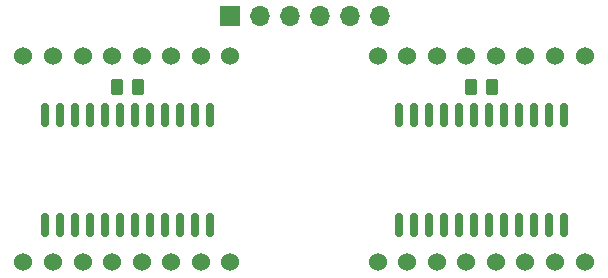
<source format=gbr>
%TF.GenerationSoftware,KiCad,Pcbnew,(6.0.9)*%
%TF.CreationDate,2023-04-12T13:33:38+10:00*%
%TF.ProjectId,VisorPlate2.0,5669736f-7250-46c6-9174-65322e302e6b,rev?*%
%TF.SameCoordinates,Original*%
%TF.FileFunction,Soldermask,Bot*%
%TF.FilePolarity,Negative*%
%FSLAX46Y46*%
G04 Gerber Fmt 4.6, Leading zero omitted, Abs format (unit mm)*
G04 Created by KiCad (PCBNEW (6.0.9)) date 2023-04-12 13:33:38*
%MOMM*%
%LPD*%
G01*
G04 APERTURE LIST*
G04 Aperture macros list*
%AMRoundRect*
0 Rectangle with rounded corners*
0 $1 Rounding radius*
0 $2 $3 $4 $5 $6 $7 $8 $9 X,Y pos of 4 corners*
0 Add a 4 corners polygon primitive as box body*
4,1,4,$2,$3,$4,$5,$6,$7,$8,$9,$2,$3,0*
0 Add four circle primitives for the rounded corners*
1,1,$1+$1,$2,$3*
1,1,$1+$1,$4,$5*
1,1,$1+$1,$6,$7*
1,1,$1+$1,$8,$9*
0 Add four rect primitives between the rounded corners*
20,1,$1+$1,$2,$3,$4,$5,0*
20,1,$1+$1,$4,$5,$6,$7,0*
20,1,$1+$1,$6,$7,$8,$9,0*
20,1,$1+$1,$8,$9,$2,$3,0*%
G04 Aperture macros list end*
%ADD10C,1.524000*%
%ADD11RoundRect,0.150000X0.150000X-0.875000X0.150000X0.875000X-0.150000X0.875000X-0.150000X-0.875000X0*%
%ADD12R,1.700000X1.700000*%
%ADD13O,1.700000X1.700000*%
%ADD14RoundRect,0.250000X-0.262500X-0.450000X0.262500X-0.450000X0.262500X0.450000X-0.262500X0.450000X0*%
G04 APERTURE END LIST*
D10*
%TO.C,U2*%
X123710000Y-61310000D03*
X121210000Y-61310000D03*
X118710000Y-61310000D03*
X116210000Y-61310000D03*
X113710000Y-61310000D03*
X111210000Y-61310000D03*
X108710000Y-61310000D03*
X106210000Y-61310000D03*
X106210000Y-78810000D03*
X108710000Y-78810000D03*
X111210000Y-78810000D03*
X113710000Y-78810000D03*
X116210000Y-78810000D03*
X118710000Y-78810000D03*
X121210000Y-78810000D03*
X123710000Y-78810000D03*
%TD*%
D11*
%TO.C,U3*%
X151985000Y-75650000D03*
X150715000Y-75650000D03*
X149445000Y-75650000D03*
X148175000Y-75650000D03*
X146905000Y-75650000D03*
X145635000Y-75650000D03*
X144365000Y-75650000D03*
X143095000Y-75650000D03*
X141825000Y-75650000D03*
X140555000Y-75650000D03*
X139285000Y-75650000D03*
X138015000Y-75650000D03*
X138015000Y-66350000D03*
X139285000Y-66350000D03*
X140555000Y-66350000D03*
X141825000Y-66350000D03*
X143095000Y-66350000D03*
X144365000Y-66350000D03*
X145635000Y-66350000D03*
X146905000Y-66350000D03*
X148175000Y-66350000D03*
X149445000Y-66350000D03*
X150715000Y-66350000D03*
X151985000Y-66350000D03*
%TD*%
%TO.C,U1*%
X121985000Y-75650000D03*
X120715000Y-75650000D03*
X119445000Y-75650000D03*
X118175000Y-75650000D03*
X116905000Y-75650000D03*
X115635000Y-75650000D03*
X114365000Y-75650000D03*
X113095000Y-75650000D03*
X111825000Y-75650000D03*
X110555000Y-75650000D03*
X109285000Y-75650000D03*
X108015000Y-75650000D03*
X108015000Y-66350000D03*
X109285000Y-66350000D03*
X110555000Y-66350000D03*
X111825000Y-66350000D03*
X113095000Y-66350000D03*
X114365000Y-66350000D03*
X115635000Y-66350000D03*
X116905000Y-66350000D03*
X118175000Y-66350000D03*
X119445000Y-66350000D03*
X120715000Y-66350000D03*
X121985000Y-66350000D03*
%TD*%
D10*
%TO.C,U4*%
X153710000Y-61310000D03*
X151210000Y-61310000D03*
X148710000Y-61310000D03*
X146210000Y-61310000D03*
X143710000Y-61310000D03*
X141210000Y-61310000D03*
X138710000Y-61310000D03*
X136210000Y-61310000D03*
X136210000Y-78810000D03*
X138710000Y-78810000D03*
X141210000Y-78810000D03*
X143710000Y-78810000D03*
X146210000Y-78810000D03*
X148710000Y-78810000D03*
X151210000Y-78810000D03*
X153710000Y-78810000D03*
%TD*%
D12*
%TO.C,J1*%
X123675000Y-57975000D03*
D13*
X126215000Y-57975000D03*
X128755000Y-57975000D03*
X131295000Y-57975000D03*
X133835000Y-57975000D03*
X136375000Y-57975000D03*
%TD*%
D14*
%TO.C,R1*%
X114087500Y-64000000D03*
X115912500Y-64000000D03*
%TD*%
%TO.C,R2*%
X144087500Y-64000000D03*
X145912500Y-64000000D03*
%TD*%
M02*

</source>
